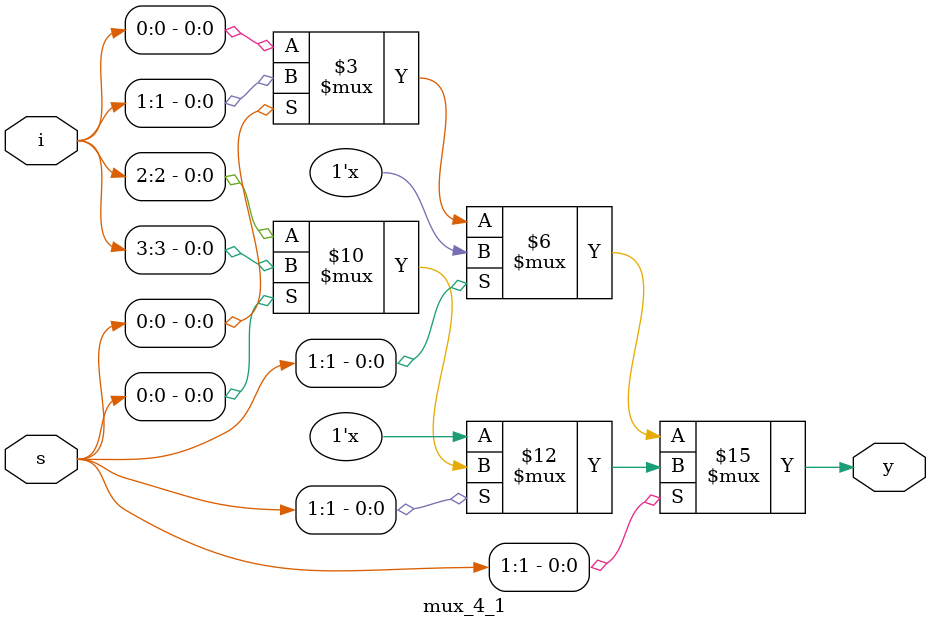
<source format=v>
`timescale 1ns / 1ps
module mux_4_1(i,s,y);
    input [3:0] i;
    input [1:0] s;
    output y;
    reg y;
	 always @(*)
	 begin
	 if(s[1])
		begin
			if(s[0])
				y=i[3];
			else
				y=i[2];
		end
	 else
		begin
			if(s[0])
				y=i[1];
			else
				y=i[0];
		end
	end

endmodule

</source>
